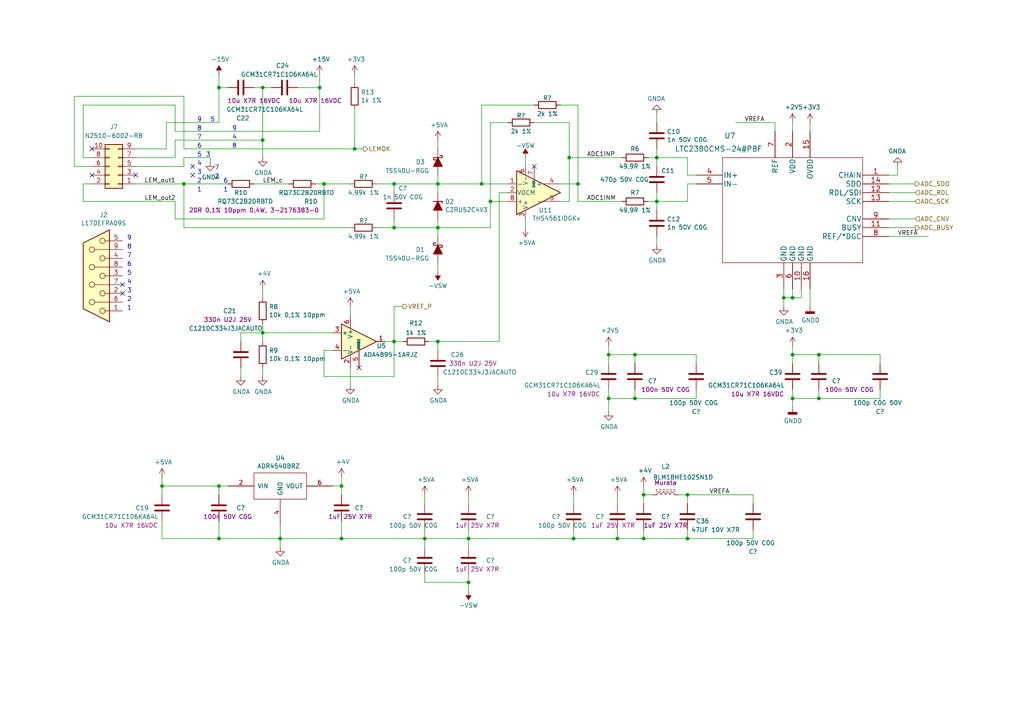
<source format=kicad_sch>
(kicad_sch (version 20230121) (generator eeschema)
  (paper "A4")
  (title_block (title "MOT coils current 100A controller ") (date "2023-11-27") (rev "2_Artiq") (company "Nicolaus Copernicus University in Toruń") (comment 1 "KL FAMO") (comment 2 "Kasli / Sinara compatible version") (comment 4 "designed by Adam Ledziński"))
  (junction (at 165.1 45.72))
  (junction (at 127 53.34))
  (junction (at 167.64 53.34))
  (junction (at 127 99.06))
  (junction (at 99.06 156.21))
  (junction (at 46.99 140.97))
  (junction (at 99.06 140.97))
  (junction (at 199.39 143.51))
  (junction (at 166.37 156.21))
  (junction (at 227.33 86.36))
  (junction (at 237.49 115.57))
  (junction (at 179.07 156.21))
  (junction (at 102.87 43.18))
  (junction (at 63.5 25.4))
  (junction (at 184.15 115.57))
  (junction (at 184.15 102.87))
  (junction (at 190.5 45.72))
  (junction (at 114.3 53.34))
  (junction (at 176.53 102.87))
  (junction (at 114.3 66.04))
  (junction (at 76.2 40.64))
  (junction (at 229.87 86.36))
  (junction (at 53.34 53.34))
  (junction (at 92.71 25.4))
  (junction (at 76.2 96.52))
  (junction (at 229.87 115.57))
  (junction (at 135.89 156.21))
  (junction (at 135.89 168.91))
  (junction (at 186.69 156.21))
  (junction (at 186.69 143.51))
  (junction (at 81.28 156.21))
  (junction (at 114.3 99.06))
  (junction (at 199.39 156.21))
  (junction (at 63.5 156.21))
  (junction (at 237.49 102.87))
  (junction (at 142.24 58.42))
  (junction (at 63.5 140.97))
  (junction (at 123.19 156.21))
  (junction (at 229.87 102.87))
  (junction (at 127 66.04))
  (junction (at 76.2 25.4))
  (junction (at 139.7 53.34))
  (junction (at 176.53 115.57))
  (junction (at 93.98 53.34))
  (junction (at 190.5 58.42))
  (no_connect (at 104.14 106.68))
  (no_connect (at 35.56 85.09))
  (no_connect (at 26.67 50.8))
  (no_connect (at 35.56 82.55))
  (no_connect (at 55.88 50.8))
  (no_connect (at 55.88 48.26))
  (no_connect (at 154.94 48.26))
  (no_connect (at 26.67 43.18))
  (no_connect (at 39.37 50.8))
  (wire (pts (xy 50.8 58.42) (xy 50.8 63.5)))
  (wire (pts (xy 144.78 99.06) (xy 127 99.06)))
  (wire (pts (xy 176.53 115.57) (xy 176.53 119.38)))
  (wire (pts (xy 166.37 146.05) (xy 166.37 143.51)))
  (wire (pts (xy 201.93 115.57) (xy 201.93 113.03)))
  (wire (pts (xy 60.96 45.72) (xy 60.96 46.99)))
  (wire (pts (xy 227.33 86.36) (xy 229.87 86.36)))
  (wire (pts (xy 255.27 105.41) (xy 255.27 102.87)))
  (wire (pts (xy 48.26 43.18) (xy 39.37 43.18)))
  (wire (pts (xy 180.34 58.42) (xy 167.64 58.42)))
  (wire (pts (xy 179.07 146.05) (xy 179.07 143.51)))
  (wire (pts (xy 142.24 35.56) (xy 142.24 58.42)))
  (wire (pts (xy 218.44 156.21) (xy 199.39 156.21)))
  (wire (pts (xy 237.49 115.57) (xy 255.27 115.57)))
  (wire (pts (xy 154.94 30.48) (xy 139.7 30.48)))
  (wire (pts (xy 165.1 45.72) (xy 165.1 58.42)))
  (wire (pts (xy 229.87 86.36) (xy 229.87 83.82)))
  (wire (pts (xy 63.5 140.97) (xy 66.04 140.97)))
  (wire (pts (xy 135.89 166.37) (xy 135.89 168.91)))
  (wire (pts (xy 187.96 45.72) (xy 190.5 45.72)))
  (wire (pts (xy 109.22 66.04) (xy 114.3 66.04)))
  (wire (pts (xy 99.06 156.21) (xy 123.19 156.21)))
  (wire (pts (xy 144.78 55.88) (xy 144.78 99.06)))
  (wire (pts (xy 127 40.64) (xy 127 43.18)))
  (wire (pts (xy 114.3 55.88) (xy 114.3 53.34)))
  (wire (pts (xy 201.93 53.34) (xy 199.39 53.34)))
  (wire (pts (xy 53.34 45.72) (xy 53.34 48.26)))
  (wire (pts (xy 99.06 140.97) (xy 96.52 140.97)))
  (wire (pts (xy 53.34 53.34) (xy 66.04 53.34)))
  (wire (pts (xy 127 101.6) (xy 127 99.06)))
  (wire (pts (xy 187.96 58.42) (xy 190.5 58.42)))
  (wire (pts (xy 139.7 30.48) (xy 139.7 53.34)))
  (wire (pts (xy 69.85 109.22) (xy 69.85 106.68)))
  (wire (pts (xy 196.85 143.51) (xy 199.39 143.51)))
  (wire (pts (xy 135.89 158.75) (xy 135.89 156.21)))
  (wire (pts (xy 229.87 102.87) (xy 229.87 100.33)))
  (wire (pts (xy 114.3 99.06) (xy 111.76 99.06)))
  (wire (pts (xy 50.8 38.1) (xy 50.8 30.48)))
  (wire (pts (xy 127 53.34) (xy 127 50.8)))
  (wire (pts (xy 184.15 115.57) (xy 201.93 115.57)))
  (wire (pts (xy 186.69 143.51) (xy 186.69 146.05)))
  (wire (pts (xy 199.39 58.42) (xy 190.5 58.42)))
  (wire (pts (xy 73.66 25.4) (xy 76.2 25.4)))
  (wire (pts (xy 147.32 53.34) (xy 139.7 53.34)))
  (wire (pts (xy 69.85 96.52) (xy 76.2 96.52)))
  (wire (pts (xy 127 78.74) (xy 127 76.2)))
  (wire (pts (xy 123.19 168.91) (xy 123.19 166.37)))
  (wire (pts (xy 63.5 25.4) (xy 63.5 35.56)))
  (wire (pts (xy 76.2 96.52) (xy 96.52 96.52)))
  (wire (pts (xy 229.87 115.57) (xy 229.87 113.03)))
  (wire (pts (xy 127 55.88) (xy 127 53.34)))
  (wire (pts (xy 123.19 156.21) (xy 123.19 153.67)))
  (wire (pts (xy 127 68.58) (xy 127 66.04)))
  (wire (pts (xy 227.33 86.36) (xy 227.33 88.9)))
  (wire (pts (xy 127 111.76) (xy 127 109.22)))
  (wire (pts (xy 39.37 53.34) (xy 53.34 53.34)))
  (wire (pts (xy 179.07 153.67) (xy 179.07 156.21)))
  (wire (pts (xy 114.3 88.9) (xy 116.84 88.9)))
  (wire (pts (xy 114.3 99.06) (xy 114.3 88.9)))
  (wire (pts (xy 152.4 66.04) (xy 152.4 63.5)))
  (wire (pts (xy 99.06 140.97) (xy 99.06 138.43)))
  (wire (pts (xy 190.5 45.72) (xy 190.5 48.26)))
  (wire (pts (xy 114.3 109.22) (xy 114.3 99.06)))
  (wire (pts (xy 50.8 40.64) (xy 76.2 40.64)))
  (wire (pts (xy 21.59 48.26) (xy 26.67 48.26)))
  (wire (pts (xy 53.34 27.94) (xy 21.59 27.94)))
  (wire (pts (xy 123.19 158.75) (xy 123.19 156.21)))
  (wire (pts (xy 21.59 27.94) (xy 21.59 48.26)))
  (wire (pts (xy 201.93 50.8) (xy 199.39 50.8)))
  (wire (pts (xy 127 66.04) (xy 127 63.5)))
  (wire (pts (xy 227.33 83.82) (xy 227.33 86.36)))
  (wire (pts (xy 46.99 140.97) (xy 63.5 140.97)))
  (wire (pts (xy 127 53.34) (xy 139.7 53.34)))
  (wire (pts (xy 53.34 43.18) (xy 102.87 43.18)))
  (wire (pts (xy 101.6 91.44) (xy 101.6 88.9)))
  (wire (pts (xy 199.39 156.21) (xy 186.69 156.21)))
  (wire (pts (xy 176.53 102.87) (xy 184.15 102.87)))
  (wire (pts (xy 123.19 146.05) (xy 123.19 143.51)))
  (wire (pts (xy 147.32 58.42) (xy 142.24 58.42)))
  (wire (pts (xy 199.39 50.8) (xy 199.39 45.72)))
  (wire (pts (xy 46.99 143.51) (xy 46.99 140.97)))
  (wire (pts (xy 63.5 143.51) (xy 63.5 140.97)))
  (wire (pts (xy 142.24 58.42) (xy 142.24 66.04)))
  (wire (pts (xy 24.13 30.48) (xy 24.13 45.72)))
  (wire (pts (xy 190.5 45.72) (xy 190.5 43.18)))
  (wire (pts (xy 53.34 43.18) (xy 53.34 27.94)))
  (wire (pts (xy 165.1 45.72) (xy 180.34 45.72)))
  (wire (pts (xy 81.28 158.75) (xy 81.28 156.21)))
  (wire (pts (xy 46.99 151.13) (xy 46.99 156.21)))
  (wire (pts (xy 114.3 53.34) (xy 127 53.34)))
  (wire (pts (xy 24.13 45.72) (xy 26.67 45.72)))
  (wire (pts (xy 218.44 143.51) (xy 218.44 146.05)))
  (wire (pts (xy 93.98 101.6) (xy 93.98 109.22)))
  (wire (pts (xy 135.89 156.21) (xy 166.37 156.21)))
  (wire (pts (xy 50.8 30.48) (xy 24.13 30.48)))
  (wire (pts (xy 234.95 88.9) (xy 234.95 83.82)))
  (wire (pts (xy 257.81 68.58) (xy 269.24 68.58)))
  (wire (pts (xy 93.98 109.22) (xy 114.3 109.22)))
  (wire (pts (xy 93.98 63.5) (xy 93.98 53.34)))
  (wire (pts (xy 50.8 63.5) (xy 93.98 63.5)))
  (wire (pts (xy 46.99 138.43) (xy 46.99 140.97)))
  (wire (pts (xy 229.87 118.11) (xy 229.87 115.57)))
  (wire (pts (xy 167.64 53.34) (xy 162.56 53.34)))
  (wire (pts (xy 190.5 33.02) (xy 190.5 35.56)))
  (wire (pts (xy 135.89 168.91) (xy 135.89 171.45)))
  (wire (pts (xy 265.43 63.5) (xy 257.81 63.5)))
  (wire (pts (xy 229.87 115.57) (xy 237.49 115.57)))
  (wire (pts (xy 123.19 168.91) (xy 135.89 168.91)))
  (wire (pts (xy 127 99.06) (xy 124.46 99.06)))
  (wire (pts (xy 76.2 96.52) (xy 76.2 99.06)))
  (wire (pts (xy 86.36 25.4) (xy 92.71 25.4)))
  (wire (pts (xy 152.4 45.72) (xy 152.4 48.26)))
  (wire (pts (xy 176.53 100.33) (xy 176.53 102.87)))
  (wire (pts (xy 48.26 35.56) (xy 48.26 43.18)))
  (wire (pts (xy 63.5 21.59) (xy 63.5 25.4)))
  (wire (pts (xy 232.41 83.82) (xy 232.41 86.36)))
  (wire (pts (xy 46.99 156.21) (xy 63.5 156.21)))
  (wire (pts (xy 109.22 53.34) (xy 114.3 53.34)))
  (wire (pts (xy 83.82 53.34) (xy 73.66 53.34)))
  (wire (pts (xy 162.56 30.48) (xy 167.64 30.48)))
  (wire (pts (xy 229.87 35.56) (xy 229.87 38.1)))
  (wire (pts (xy 176.53 102.87) (xy 176.53 105.41)))
  (wire (pts (xy 24.13 58.42) (xy 24.13 53.34)))
  (wire (pts (xy 135.89 146.05) (xy 135.89 143.51)))
  (wire (pts (xy 257.81 50.8) (xy 260.35 50.8)))
  (wire (pts (xy 76.2 86.36) (xy 76.2 83.82)))
  (wire (pts (xy 123.19 156.21) (xy 135.89 156.21)))
  (wire (pts (xy 24.13 58.42) (xy 50.8 58.42)))
  (wire (pts (xy 265.43 66.04) (xy 257.81 66.04)))
  (wire (pts (xy 92.71 38.1) (xy 92.71 25.4)))
  (wire (pts (xy 76.2 96.52) (xy 76.2 93.98)))
  (wire (pts (xy 255.27 115.57) (xy 255.27 113.03)))
  (wire (pts (xy 135.89 153.67) (xy 135.89 156.21)))
  (wire (pts (xy 166.37 156.21) (xy 179.07 156.21)))
  (wire (pts (xy 176.53 115.57) (xy 184.15 115.57)))
  (wire (pts (xy 176.53 113.03) (xy 176.53 115.57)))
  (wire (pts (xy 265.43 55.88) (xy 257.81 55.88)))
  (wire (pts (xy 81.28 156.21) (xy 99.06 156.21)))
  (wire (pts (xy 50.8 45.72) (xy 39.37 45.72)))
  (wire (pts (xy 96.52 101.6) (xy 93.98 101.6)))
  (wire (pts (xy 186.69 156.21) (xy 186.69 153.67)))
  (wire (pts (xy 184.15 115.57) (xy 184.15 113.03)))
  (wire (pts (xy 265.43 53.34) (xy 257.81 53.34)))
  (wire (pts (xy 201.93 102.87) (xy 184.15 102.87)))
  (wire (pts (xy 167.64 58.42) (xy 167.64 53.34)))
  (wire (pts (xy 237.49 105.41) (xy 237.49 102.87)))
  (wire (pts (xy 24.13 53.34) (xy 26.67 53.34)))
  (wire (pts (xy 186.69 143.51) (xy 189.23 143.51)))
  (wire (pts (xy 114.3 66.04) (xy 127 66.04)))
  (wire (pts (xy 229.87 86.36) (xy 232.41 86.36)))
  (wire (pts (xy 190.5 55.88) (xy 190.5 58.42)))
  (wire (pts (xy 144.78 55.88) (xy 147.32 55.88)))
  (wire (pts (xy 229.87 102.87) (xy 229.87 105.41)))
  (wire (pts (xy 237.49 102.87) (xy 229.87 102.87)))
  (wire (pts (xy 154.94 35.56) (xy 165.1 35.56)))
  (wire (pts (xy 76.2 45.72) (xy 76.2 40.64)))
  (wire (pts (xy 127 66.04) (xy 142.24 66.04)))
  (wire (pts (xy 260.35 50.8) (xy 260.35 48.26)))
  (wire (pts (xy 165.1 35.56) (xy 165.1 45.72)))
  (wire (pts (xy 50.8 38.1) (xy 92.71 38.1)))
  (wire (pts (xy 105.41 43.18) (xy 102.87 43.18)))
  (wire (pts (xy 255.27 102.87) (xy 237.49 102.87)))
  (wire (pts (xy 234.95 38.1) (xy 234.95 35.56)))
  (wire (pts (xy 50.8 40.64) (xy 50.8 45.72)))
  (wire (pts (xy 166.37 156.21) (xy 166.37 153.67)))
  (wire (pts (xy 76.2 25.4) (xy 76.2 40.64)))
  (wire (pts (xy 213.36 35.56) (xy 224.79 35.56)))
  (wire (pts (xy 102.87 31.75) (xy 102.87 43.18)))
  (wire (pts (xy 101.6 66.04) (xy 53.34 66.04)))
  (wire (pts (xy 199.39 45.72) (xy 190.5 45.72)))
  (wire (pts (xy 63.5 156.21) (xy 81.28 156.21)))
  (wire (pts (xy 76.2 25.4) (xy 78.74 25.4)))
  (wire (pts (xy 147.32 35.56) (xy 142.24 35.56)))
  (wire (pts (xy 199.39 53.34) (xy 199.39 58.42)))
  (wire (pts (xy 184.15 102.87) (xy 184.15 105.41)))
  (wire (pts (xy 199.39 143.51) (xy 218.44 143.51)))
  (wire (pts (xy 101.6 111.76) (xy 101.6 106.68)))
  (wire (pts (xy 69.85 99.06) (xy 69.85 96.52)))
  (wire (pts (xy 199.39 143.51) (xy 199.39 146.05)))
  (wire (pts (xy 76.2 109.22) (xy 76.2 106.68)))
  (wire (pts (xy 186.69 140.97) (xy 186.69 143.51)))
  (wire (pts (xy 102.87 21.59) (xy 102.87 24.13)))
  (wire (pts (xy 93.98 53.34) (xy 91.44 53.34)))
  (wire (pts (xy 265.43 58.42) (xy 257.81 58.42)))
  (wire (pts (xy 199.39 156.21) (xy 199.39 153.67)))
  (wire (pts (xy 218.44 153.67) (xy 218.44 156.21)))
  (wire (pts (xy 92.71 25.4) (xy 92.71 21.59)))
  (wire (pts (xy 93.98 53.34) (xy 101.6 53.34)))
  (wire (pts (xy 190.5 68.58) (xy 190.5 71.12)))
  (wire (pts (xy 53.34 66.04) (xy 53.34 53.34)))
  (wire (pts (xy 63.5 151.13) (xy 63.5 156.21)))
  (wire (pts (xy 53.34 45.72) (xy 60.96 45.72)))
  (wire (pts (xy 224.79 35.56) (xy 224.79 38.1)))
  (wire (pts (xy 237.49 115.57) (xy 237.49 113.03)))
  (wire (pts (xy 179.07 156.21) (xy 186.69 156.21)))
  (wire (pts (xy 66.04 25.4) (xy 63.5 25.4)))
  (wire (pts (xy 165.1 58.42) (xy 162.56 58.42)))
  (wire (pts (xy 167.64 30.48) (xy 167.64 53.34)))
  (wire (pts (xy 114.3 63.5) (xy 114.3 66.04)))
  (wire (pts (xy 201.93 105.41) (xy 201.93 102.87)))
  (wire (pts (xy 190.5 58.42) (xy 190.5 60.96)))
  (wire (pts (xy 116.84 99.06) (xy 114.3 99.06)))
  (wire (pts (xy 81.28 156.21) (xy 81.28 152.4)))
  (wire (pts (xy 48.26 35.56) (xy 63.5 35.56)))
  (wire (pts (xy 99.06 143.51) (xy 99.06 140.97)))
  (wire (pts (xy 53.34 48.26) (xy 39.37 48.26)))
  (wire (pts (xy 99.06 151.13) (xy 99.06 156.21)))
  (text "7" (at 36.83 74.93 0) (effects (font (size 1.27 1.27)) (justify left bottom)))
  (text "9" (at 36.83 69.85 0) (effects (font (size 1.27 1.27)) (justify left bottom)))
  (text "7" (at 62.23 49.53 0) (effects (font (size 1.27 1.27)) (justify left bottom)))
  (text "2" (at 57.15 53.34 0) (effects (font (size 1.27 1.27)) (justify left bottom)))
  (text "9" (at 67.31 38.1 0) (effects (font (size 1.27 1.27)) (justify left bottom)))
  (text "6" (at 64.77 53.34 0) (effects (font (size 1.27 1.27)) (justify left bottom)))
  (text "3" (at 57.15 50.8 0) (effects (font (size 1.27 1.27)) (justify left bottom)))
  (text "4" (at 57.15 48.26 0) (effects (font (size 1.27 1.27)) (justify left bottom)))
  (text "2" (at 62.23 52.07 0) (effects (font (size 1.27 1.27)) (justify left bottom)))
  (text "6" (at 36.83 77.47 0) (effects (font (size 1.27 1.27)) (justify left bottom)))
  (text "5" (at 60.96 35.56 0) (effects (font (size 1.27 1.27)) (justify left bottom)))
  (text "4" (at 67.31 40.64 0) (effects (font (size 1.27 1.27)) (justify left bottom)))
  (text "8" (at 67.31 43.18 0) (effects (font (size 1.27 1.27)) (justify left bottom)))
  (text "3" (at 36.83 85.09 0) (effects (font (size 1.27 1.27)) (justify left bottom)))
  (text "4" (at 36.83 82.55 0) (effects (font (size 1.27 1.27)) (justify left bottom)))
  (text "9" (at 57.15 35.56 0) (effects (font (size 1.27 1.27)) (justify left bottom)))
  (text "5" (at 57.15 45.72 0) (effects (font (size 1.27 1.27)) (justify left bottom)))
  (text "1" (at 64.77 55.88 0) (effects (font (size 1.27 1.27)) (justify left bottom)))
  (text "3" (at 59.69 45.72 0) (effects (font (size 1.27 1.27)) (justify left bottom)))
  (text "2" (at 36.83 87.63 0) (effects (font (size 1.27 1.27)) (justify left bottom)))
  (text "1" (at 36.83 90.17 0) (effects (font (size 1.27 1.27)) (justify left bottom)))
  (text "6" (at 57.15 43.18 0) (effects (font (size 1.27 1.27)) (justify left bottom)))
  (text "7" (at 57.15 40.64 0) (effects (font (size 1.27 1.27)) (justify left bottom)))
  (text "1" (at 57.15 55.88 0) (effects (font (size 1.27 1.27)) (justify left bottom)))
  (text "8" (at 57.15 38.1 0) (effects (font (size 1.27 1.27)) (justify left bottom)))
  (text "8" (at 36.83 72.39 0) (effects (font (size 1.27 1.27)) (justify left bottom)))
  (text "5" (at 36.83 80.01 0) (effects (font (size 1.27 1.27)) (justify left bottom)))
  (label "VREFA" (at 215.9 35.56 0))
  (label "LEM_out2" (at 41.91 58.42 0))
  (label "VREFA" (at 205.74 143.51 0))
  (label "LEM_c" (at 76.2 53.34 0))
  (label "LEM_out1" (at 41.91 53.34 0))
  (label "ADC1INP" (at 170.18 45.72 0))
  (label "ADC1INM" (at 170.18 58.42 0))
  (label "VREFA" (at 260.35 68.58 0))
  (hierarchical_label "ADC_BUSY" (shape output) (at 265.43 66.04 0))
  (hierarchical_label "ADC_SDO" (shape output) (at 265.43 53.34 0))
  (hierarchical_label "VREF_P" (shape output) (at 116.84 88.9 0))
  (hierarchical_label "ADC_CNV" (shape input) (at 265.43 63.5 0))
  (hierarchical_label "LEMOK" (shape output) (at 105.41 43.18 0))
  (hierarchical_label "ADC_SCK" (shape input) (at 265.43 58.42 0))
  (hierarchical_label "ADC_RDL" (shape input) (at 265.43 55.88 0))
  (symbol (lib_id "power:+15V") (at 92.71 21.59 0) (unit 1)
    (property "Reference" "#PWR038" (effects hide))
    (property "Value" "+15V" (at 93.091 17.1958 0))
    (instances (project "c100AvA" (path "" (reference "#PWR038") (unit 1))) (project "current100A_Artiq" (path "" (reference "#PWR0117") (unit 1))))
  )
  (symbol (lib_id "power:-15V") (at 63.5 21.59 0) (unit 1)
    (property "Reference" "#PWR033" (effects hide))
    (property "Value" "-15V" (at 63.881 17.1958 0))
    (instances (project "c100AvA" (path "" (reference "#PWR033") (unit 1))) (project "current100A_Artiq" (path "" (reference "#PWR0111") (unit 1))))
  )
  (symbol (lib_id "Device:R") (at 69.85 53.34 90) (unit 1)
    (property "Reference" "R10" (at 69.85 55.88 90))
    (property "Value" "RQ73C2B20RBTD" (at 71.12 58.42 90))
    (property "Footprint" "Resistor_SMD:R_1206_3216Metric" (effects hide))
    (property "Comm" "20R 0,1% 10ppm 0,4W, 3-2176383-0" (at 73.66 60.96 90))
    (instances (project "c100AvA" (path "" (reference "R10") (unit 1))) (project "current100A_Artiq" (path "" (reference "R28") (unit 1))))
  )
  (symbol (lib_id "power:GNDA") (at 76.2 45.72 0) (unit 1)
    (property "Reference" "#PWR034" (effects hide))
    (property "Value" "GNDA" (at 76.327 50.1142 0))
    (instances (project "c100AvA" (path "" (reference "#PWR034") (unit 1))) (project "current100A_Artiq" (path "" (reference "#PWR0113") (unit 1))))
  )
  (symbol (lib_id "Device:R") (at 102.87 27.94 0) (unit 1)
    (property "Reference" "R13" (at 104.648 26.7716 0) (effects (justify left)))
    (property "Value" "1k 1%" (at 104.648 29.083 0) (effects (justify left)))
    (property "Footprint" "Resistor_SMD:R_0603_1608Metric" (effects hide))
    (instances (project "c100AvA" (path "" (reference "R13") (unit 1))) (project "current100A_Artiq" (path "" (reference "R32") (unit 1))))
  )
  (symbol (lib_id "power:+3V3") (at 102.87 21.59 0) (unit 1)
    (property "Reference" "#PWR040" (effects hide))
    (property "Value" "+3V3" (at 103.251 17.1958 0))
    (instances (project "c100AvA" (path "" (reference "#PWR040") (unit 1))) (project "current100A_Artiq" (path "" (reference "#PWR0121") (unit 1))))
  )
  (symbol (lib_id "c100AvA-rescue:L_Core_Ferrite-Device") (at 193.04 143.51 90) (unit 1)
    (property "Reference" "L2" (at 193.04 135.3058 90))
    (property "Value" "BLM18HE102SN1D" (at 198.12 138.43 90))
    (property "Footprint" "Inductor_SMD:L_0603_1608Metric" (effects hide))
    (property "Comm" "Murata" (at 193.04 140.0302 90))
    (instances (project "c100AvA" (path "" (reference "L2") (unit 1))) (project "current100A_Artiq" (path "" (reference "L11") (unit 1))))
  )
  (symbol (lib_id "power:+5VA") (at 46.99 138.43 0) (unit 1)
    (property "Reference" "#PWR027" (effects hide))
    (property "Value" "+5VA" (at 47.371 134.0358 0))
    (instances (project "c100AvA" (path "" (reference "#PWR027") (unit 1))) (project "current100A_Artiq" (path "" (reference "#PWR0109") (unit 1))))
  )
  (symbol (lib_id "power:GNDA") (at 81.28 158.75 0) (unit 1)
    (property "Reference" "#PWR031" (effects hide))
    (property "Value" "GNDA" (at 81.407 163.1442 0))
    (instances (project "c100AvA" (path "" (reference "#PWR031") (unit 1))) (project "current100A_Artiq" (path "" (reference "#PWR0116") (unit 1))))
  )
  (symbol (lib_id "Device:C") (at 46.99 147.32 0) (mirror y) (unit 1)
    (property "Reference" "C19" (at 43.18 147.32 0) (effects (justify left)))
    (property "Value" "GCM31CR71C106KA64L " (at 46.99 149.86 0) (effects (justify left)))
    (property "Footprint" "Capacitor_SMD:C_1206_3216Metric" (effects hide))
    (property "Comm" "10u X7R 16VDC" (at 38.1 152.4 0))
    (instances (project "c100AvA" (path "" (reference "C19") (unit 1)) (path "" (reference "C?") (unit 1))) (project "current100A_Artiq" (path "" (reference "C90") (unit 1))))
  )
  (symbol (lib_id "ff:ADR45xx") (at 81.28 140.97 0) (unit 1)
    (property "Reference" "U4" (at 81.28 132.8166 0))
    (property "Value" "ADR4540BRZ " (at 81.28 135.1788 0))
    (property "Footprint" "Package_SO:SOIC-8_3.9x4.9mm_P1.27mm" (effects hide))
    (property "Datasheet" "https://www.analog.com/media/en/technical-documentation/data-sheets/ADR4520_4525_4530_4533_4540_4550.pdf" (effects hide))
    (instances (project "c100AvA" (path "" (reference "U4") (unit 1))) (project "current100A_Artiq" (path "" (reference "U15") (unit 1))))
  )
  (symbol (lib_id "Device:C") (at 135.89 149.86 0) (mirror y) (unit 1)
    (property "Reference" "C?" (at 143.51 149.86 0) (effects (justify left)))
    (property "Value" "GCM188R71E105KA64J" (effects hide))
    (property "Footprint" "Capacitor_SMD:C_0603_1608Metric" (effects hide))
    (property "Comm" "1uF 25V X7R" (at 138.43 152.4 0))
    (instances (project "c100AvA" (path "" (reference "C?") (unit 1)) (path "" (reference "C27") (unit 1)) (path "" (reference "C?") (unit 1))) (project "current100A_Artiq" (path "" (reference "C100") (unit 1))))
  )
  (symbol (lib_id "Device:C") (at 123.19 149.86 0) (mirror y) (unit 1)
    (property "Reference" "C?" (at 119.38 149.86 0) (effects (justify left)))
    (property "Value" "100p 50V C0G" (at 127 152.4 0) (effects (justify left)))
    (property "Footprint" "Capacitor_SMD:C_0603_1608Metric" (effects hide))
    (instances (project "c100AvA" (path "" (reference "C?") (unit 1)) (path "" (reference "C25") (unit 1)) (path "" (reference "C?") (unit 1))) (project "current100A_Artiq" (path "" (reference "C97") (unit 1))))
  )
  (symbol (lib_id "Device:C") (at 199.39 149.86 0) (mirror y) (unit 1)
    (property "Reference" "C36" (at 205.74 151.13 0) (effects (justify left)))
    (property "Value" "47UF 10V X7R" (at 214.63 153.67 0) (effects (justify left)))
    (property "Footprint" "Capacitor_SMD:C_1210_3225Metric" (effects hide))
    (property "Comm" "47UF 10V X7R" (effects hide))
    (instances (project "c100AvA" (path "" (reference "C36") (unit 1)) (path "" (reference "C?") (unit 1))) (project "current100A_Artiq" (path "" (reference "C110") (unit 1))))
  )
  (symbol (lib_id "Device:C") (at 99.06 147.32 0) (mirror y) (unit 1)
    (property "Reference" "C?" (at 105.41 147.32 0) (effects (justify left)))
    (property "Value" "GCM188R71E105KA64J" (effects hide))
    (property "Footprint" "Capacitor_SMD:C_0603_1608Metric" (effects hide))
    (property "Comm" "1uF 25V X7R" (at 101.6 149.86 0))
    (instances (project "c100AvA" (path "" (reference "C?") (unit 1)) (path "" (reference "C23") (unit 1)) (path "" (reference "C?") (unit 1))) (project "current100A_Artiq" (path "" (reference "C95") (unit 1))))
  )
  (symbol (lib_id "Device:C") (at 186.69 149.86 0) (mirror y) (unit 1)
    (property "Reference" "C?" (at 194.31 149.86 0) (effects (justify left)))
    (property "Value" "GCM188R71E105KA64J" (effects hide))
    (property "Footprint" "Capacitor_SMD:C_0603_1608Metric" (effects hide))
    (property "Comm" "1uF 25V X7R" (at 193.04 152.4 0))
    (instances (project "c100AvA" (path "" (reference "C?") (unit 1)) (path "" (reference "C35") (unit 1)) (path "" (reference "C?") (unit 1))) (project "current100A_Artiq" (path "" (reference "C106") (unit 1))))
  )
  (symbol (lib_id "Device:C") (at 218.44 149.86 0) (mirror y) (unit 1)
    (property "Reference" "C?" (at 219.71 160.02 0) (effects (justify left)))
    (property "Value" "100p 50V C0G" (at 224.79 157.48 0) (effects (justify left)))
    (property "Footprint" "Capacitor_SMD:C_0603_1608Metric" (effects hide))
    (instances (project "c100AvA" (path "" (reference "C?") (unit 1)) (path "" (reference "C38") (unit 1)) (path "" (reference "C?") (unit 1))) (project "current100A_Artiq" (path "" (reference "C112") (unit 1))))
  )
  (symbol (lib_id "power:+5VA") (at 123.19 143.51 0) (unit 1)
    (property "Reference" "#PWR039" (effects hide))
    (property "Value" "+5VA" (at 123.571 139.1158 0))
    (instances (project "c100AvA" (path "" (reference "#PWR039") (unit 1))) (project "current100A_Artiq" (path "" (reference "#PWR0122") (unit 1))))
  )
  (symbol (lib_id "power:+5VA") (at 135.89 143.51 0) (unit 1)
    (property "Reference" "#PWR042" (effects hide))
    (property "Value" "+5VA" (at 136.271 139.1158 0))
    (instances (project "c100AvA" (path "" (reference "#PWR042") (unit 1))) (project "current100A_Artiq" (path "" (reference "#PWR0126") (unit 1))))
  )
  (symbol (lib_id "Device:C") (at 63.5 147.32 180) (unit 1)
    (property "Reference" "C?" (at 71.12 147.32 0) (effects (justify left)))
    (property "Value" "GRM31C5C1H104JA01L" (effects hide))
    (property "Footprint" "Capacitor_SMD:C_1206_3216Metric" (effects hide))
    (property "Comm" "100n 50V C0G" (at 66.04 149.86 0))
    (instances (project "c100AvA" (path "" (reference "C?") (unit 1)) (path "" (reference "C20") (unit 1)) (path "" (reference "C?") (unit 1))) (project "current100A_Artiq" (path "" (reference "C91") (unit 1))))
  )
  (symbol (lib_id "power:+4V") (at 99.06 138.43 0) (unit 1)
    (property "Reference" "#PWR035" (effects hide))
    (property "Value" "+4V" (at 99.441 133.9342 0))
    (instances (project "c100AvA" (path "" (reference "#PWR035") (unit 1))) (project "current100A_Artiq" (path "" (reference "#PWR0118") (unit 1))))
  )
  (symbol (lib_id "power:+4V") (at 186.69 140.97 0) (unit 1)
    (property "Reference" "#PWR051" (effects hide))
    (property "Value" "+4V" (at 187.071 136.4742 0))
    (instances (project "c100AvA" (path "" (reference "#PWR051") (unit 1))) (project "current100A_Artiq" (path "" (reference "#PWR0134") (unit 1))))
  )
  (symbol (lib_id "ff:LTC2380CMS-24") (at 229.87 60.96 0) (unit 1)
    (property "Reference" "U7" (at 213.36 39.37 0) (effects (font (size 1.524 1.524)) (justify right)))
    (property "Value" "LTC2380CMS-24#PBF " (at 222.25 43.18 0) (effects (font (size 1.524 1.524)) (justify right)))
    (property "Footprint" "Package_SO:MSOP-16_3x4mm_P0.5mm" (effects hide))
    (property "Datasheet" "https://www.analog.com/media/en/technical-documentation/data-sheets/238024fa.pdf" (effects hide))
    (instances (project "c100AvA" (path "" (reference "U7") (unit 1))) (project "current100A_Artiq" (path "" (reference "U18") (unit 1))))
  )
  (symbol (lib_id "Device:R") (at 76.2 90.17 0) (unit 1)
    (property "Reference" "R8" (at 77.978 88.9762 0) (effects (justify left)))
    (property "Value" "10k 0,1% 10ppm" (at 77.978 91.3384 0) (effects (justify left)))
    (property "Footprint" "Resistor_SMD:R_0603_1608Metric" (effects hide))
    (property "Comm" "ERA-3ARB103V, RN73H1JTTD1002B10, RQ73C1J10KBTDF" (effects hide))
    (instances (project "c100AvA" (path "" (reference "R8") (unit 1))) (project "current100A_Artiq" (path "" (reference "R29") (unit 1))))
  )
  (symbol (lib_id "Device:R") (at 76.2 102.87 0) (unit 1)
    (property "Reference" "R9" (at 77.978 101.6762 0) (effects (justify left)))
    (property "Value" "10k 0,1% 10ppm" (at 77.978 104.0384 0) (effects (justify left)))
    (property "Footprint" "Resistor_SMD:R_0603_1608Metric" (effects hide))
    (property "Comm" "ERA-3ARB103V, RN73H1JTTD1002B10, RQ73C1J10KBTDF" (effects hide))
    (instances (project "c100AvA" (path "" (reference "R9") (unit 1))) (project "current100A_Artiq" (path "" (reference "R30") (unit 1))))
  )
  (symbol (lib_id "Device:C") (at 179.07 149.86 0) (mirror y) (unit 1)
    (property "Reference" "C?" (at 175.26 149.86 0) (effects (justify left)))
    (property "Value" "GCM188R71E105KA64J" (effects hide))
    (property "Footprint" "Capacitor_SMD:C_0603_1608Metric" (effects hide))
    (property "Comm" "1uF 25V X7R" (at 177.8 152.4 0))
    (instances (project "c100AvA" (path "" (reference "C?") (unit 1)) (path "" (reference "C30") (unit 1)) (path "" (reference "C?") (unit 1))) (project "current100A_Artiq" (path "" (reference "C104") (unit 1))))
  )
  (symbol (lib_id "Device:C") (at 166.37 149.86 0) (mirror y) (unit 1)
    (property "Reference" "C?" (at 162.56 149.86 0) (effects (justify left)))
    (property "Value" "100p 50V C0G" (at 170.18 152.4 0) (effects (justify left)))
    (property "Footprint" "Capacitor_SMD:C_0603_1608Metric" (effects hide))
    (instances (project "c100AvA" (path "" (reference "C?") (unit 1)) (path "" (reference "C28") (unit 1)) (path "" (reference "C?") (unit 1))) (project "current100A_Artiq" (path "" (reference "C102") (unit 1))))
  )
  (symbol (lib_id "power:+5VA") (at 166.37 143.51 0) (unit 1)
    (property "Reference" "#PWR045" (effects hide))
    (property "Value" "+5VA" (at 166.751 139.1158 0))
    (instances (project "c100AvA" (path "" (reference "#PWR045") (unit 1))) (project "current100A_Artiq" (path "" (reference "#PWR0130") (unit 1))))
  )
  (symbol (lib_id "power:+5VA") (at 179.07 143.51 0) (unit 1)
    (property "Reference" "#PWR048" (effects hide))
    (property "Value" "+5VA" (at 179.451 139.1158 0))
    (instances (project "c100AvA" (path "" (reference "#PWR048") (unit 1))) (project "current100A_Artiq" (path "" (reference "#PWR0133") (unit 1))))
  )
  (symbol (lib_id "power:GNDA") (at 76.2 109.22 0) (unit 1)
    (property "Reference" "#PWR030" (effects hide))
    (property "Value" "GNDA" (at 76.327 113.6142 0))
    (instances (project "c100AvA" (path "" (reference "#PWR030") (unit 1))) (project "current100A_Artiq" (path "" (reference "#PWR0115") (unit 1))))
  )
  (symbol (lib_id "power:+4V") (at 76.2 83.82 0) (unit 1)
    (property "Reference" "#PWR029" (effects hide))
    (property "Value" "+4V" (at 76.581 79.3242 0))
    (instances (project "c100AvA" (path "" (reference "#PWR029") (unit 1))) (project "current100A_Artiq" (path "" (reference "#PWR0114") (unit 1))))
  )
  (symbol (lib_id "Device:C") (at 69.85 102.87 0) (mirror y) (unit 1)
    (property "Reference" "C21" (at 68.58 90.17 0) (effects (justify left)))
    (property "Value" "C1210C334J3JACAUTO" (at 76.2 95.25 0) (effects (justify left)))
    (property "Footprint" "Capacitor_SMD:C_1210_3225Metric" (effects hide))
    (property "Comm" "330n U2J 25V" (at 66.04 92.71 0))
    (instances (project "c100AvA" (path "" (reference "C21") (unit 1)) (path "" (reference "C?") (unit 1))) (project "current100A_Artiq" (path "" (reference "C93") (unit 1))))
  )
  (symbol (lib_id "power:GNDA") (at 69.85 109.22 0) (unit 1)
    (property "Reference" "#PWR028" (effects hide))
    (property "Value" "GNDA" (at 69.977 113.6142 0))
    (instances (project "c100AvA" (path "" (reference "#PWR028") (unit 1))) (project "current100A_Artiq" (path "" (reference "#PWR0112") (unit 1))))
  )
  (symbol (lib_id "Device:R") (at 120.65 99.06 270) (unit 1)
    (property "Reference" "R12" (at 120.65 93.726 90))
    (property "Value" "1k 1%" (at 120.65 96.52 90))
    (property "Footprint" "Resistor_SMD:R_0603_1608Metric" (effects hide))
    (instances (project "c100AvA" (path "" (reference "R12") (unit 1))) (project "current100A_Artiq" (path "" (reference "R35") (unit 1))))
  )
  (symbol (lib_id "power:GNDA") (at 127 111.76 0) (unit 1)
    (property "Reference" "#PWR041" (effects hide))
    (property "Value" "GNDA" (at 127.127 116.1542 0))
    (instances (project "c100AvA" (path "" (reference "#PWR041") (unit 1))) (project "current100A_Artiq" (path "" (reference "#PWR0125") (unit 1))))
  )
  (symbol (lib_id "power:+5VA") (at 101.6 88.9 0) (unit 1)
    (property "Reference" "#PWR036" (effects hide))
    (property "Value" "+5VA" (at 101.981 84.5058 0))
    (instances (project "c100AvA" (path "" (reference "#PWR036") (unit 1))) (project "current100A_Artiq" (path "" (reference "#PWR0119") (unit 1))))
  )
  (symbol (lib_id "power:GNDA") (at 101.6 111.76 0) (unit 1)
    (property "Reference" "#PWR037" (effects hide))
    (property "Value" "GNDA" (at 101.727 116.1542 0))
    (instances (project "c100AvA" (path "" (reference "#PWR037") (unit 1))) (project "current100A_Artiq" (path "" (reference "#PWR0120") (unit 1))))
  )
  (symbol (lib_id "Amplifier_Operational:ADA4807-1") (at 104.14 99.06 0) (unit 1)
    (property "Reference" "U5" (at 109.22 100.33 0) (effects (justify left)))
    (property "Value" "ADA4895-1ARJZ" (at 105.41 102.87 0) (effects (justify left)))
    (property "Footprint" "Package_TO_SOT_SMD:SOT-23-6" (effects hide))
    (property "Datasheet" "https://www.analog.com/media/en/technical-documentation/data-sheets/ADA4807-1_4807-2_4807-4.pdf" (effects hide))
    (instances (project "c100AvA" (path "" (reference "U5") (unit 1)) (path "" (reference "U?") (unit 1))) (project "current100A_Artiq" (path "" (reference "U16") (unit 1))))
  )
  (symbol (lib_id "power:GNDA") (at 60.96 46.99 0) (unit 1)
    (property "Reference" "#PWR032" (effects hide))
    (property "Value" "GNDA" (at 61.087 51.3842 0))
    (instances (project "c100AvA" (path "" (reference "#PWR032") (unit 1))) (project "current100A_Artiq" (path "" (reference "#PWR0110") (unit 1))))
  )
  (symbol (lib_id "Device:C") (at 82.55 25.4 270) (mirror x) (unit 1)
    (property "Reference" "C24" (at 80.01 19.05 90) (effects (justify left)))
    (property "Value" "GCM31CR71C106KA64L " (at 69.85 21.59 90) (effects (justify left)))
    (property "Footprint" "Capacitor_SMD:C_1206_3216Metric" (effects hide))
    (property "Comm" "10u X7R 16VDC" (at 91.44 29.21 90))
    (instances (project "c100AvA" (path "" (reference "C24") (unit 1)) (path "" (reference "C?") (unit 1))) (project "current100A_Artiq" (path "" (reference "C94") (unit 1))))
  )
  (symbol (lib_id "Device:C") (at 69.85 25.4 90) (mirror x) (unit 1)
    (property "Reference" "C22" (at 72.39 34.29 90) (effects (justify left)))
    (property "Value" "GCM31CR71C106KA64L " (at 88.9 31.75 90) (effects (justify left)))
    (property "Footprint" "Capacitor_SMD:C_1206_3216Metric" (effects hide))
    (property "Comm" "10u X7R 16VDC" (at 73.66 29.21 90))
    (instances (project "c100AvA" (path "" (reference "C22") (unit 1)) (path "" (reference "C?") (unit 1))) (project "current100A_Artiq" (path "" (reference "C92") (unit 1))))
  )
  (symbol (lib_id "Device:C") (at 176.53 109.22 0) (mirror y) (unit 1)
    (property "Reference" "C29" (at 173.609 108.0262 0) (effects (justify left)))
    (property "Value" "GCM31CR71C106KA64L " (at 175.26 111.76 0) (effects (justify left)))
    (property "Footprint" "Capacitor_SMD:C_1206_3216Metric" (effects hide))
    (property "Comm" "10u X7R 16VDC" (at 166.37 114.3 0))
    (instances (project "c100AvA" (path "" (reference "C29") (unit 1)) (path "" (reference "C?") (unit 1))) (project "current100A_Artiq" (path "" (reference "C103") (unit 1))))
  )
  (symbol (lib_id "Device:C") (at 184.15 109.22 180) (unit 1)
    (property "Reference" "C?" (at 190.5 110.49 0) (effects (justify left)))
    (property "Value" "GRM31C5C1H104JA01L" (effects hide))
    (property "Footprint" "Capacitor_SMD:C_1206_3216Metric" (effects hide))
    (property "Comm" "100n 50V C0G" (at 193.04 113.03 0))
    (instances (project "c100AvA" (path "" (reference "C?") (unit 1)) (path "" (reference "C34") (unit 1)) (path "" (reference "C?") (unit 1))) (project "current100A_Artiq" (path "" (reference "C105") (unit 1))))
  )
  (symbol (lib_id "power:GNDA") (at 176.53 119.38 0) (unit 1)
    (property "Reference" "#PWR047" (effects hide))
    (property "Value" "GNDA" (at 176.657 123.7742 0))
    (instances (project "c100AvA" (path "" (reference "#PWR047") (unit 1))) (project "current100A_Artiq" (path "" (reference "#PWR0132") (unit 1))))
  )
  (symbol (lib_id "power:+2V5") (at 176.53 100.33 0) (unit 1)
    (property "Reference" "#PWR046" (effects hide))
    (property "Value" "+2V5" (at 176.911 95.8342 0))
    (instances (project "c100AvA" (path "" (reference "#PWR046") (unit 1))) (project "current100A_Artiq" (path "" (reference "#PWR0131") (unit 1))))
  )
  (symbol (lib_id "Device:C") (at 229.87 109.22 0) (mirror y) (unit 1)
    (property "Reference" "C39" (at 226.949 108.0262 0) (effects (justify left)))
    (property "Value" "GCM31CR71C106KA64L " (at 228.6 111.76 0) (effects (justify left)))
    (property "Footprint" "Capacitor_SMD:C_1206_3216Metric" (effects hide))
    (property "Comm" "10u X7R 16VDC" (at 219.71 114.3 0))
    (instances (project "c100AvA" (path "" (reference "C39") (unit 1)) (path "" (reference "C?") (unit 1))) (project "current100A_Artiq" (path "" (reference "C113") (unit 1))))
  )
  (symbol (lib_id "Device:C") (at 237.49 109.22 180) (unit 1)
    (property "Reference" "C?" (at 243.84 110.49 0) (effects (justify left)))
    (property "Value" "GRM31C5C1H104JA01L" (effects hide))
    (property "Footprint" "Capacitor_SMD:C_1206_3216Metric" (effects hide))
    (property "Comm" "100n 50V C0G" (at 246.38 113.03 0))
    (instances (project "c100AvA" (path "" (reference "C?") (unit 1)) (path "" (reference "C40") (unit 1)) (path "" (reference "C?") (unit 1))) (project "current100A_Artiq" (path "" (reference "C114") (unit 1))))
  )
  (symbol (lib_id "power:+3V3") (at 229.87 100.33 0) (unit 1)
    (property "Reference" "#PWR054" (effects hide))
    (property "Value" "+3V3" (at 230.251 95.8342 0))
    (instances (project "c100AvA" (path "" (reference "#PWR054") (unit 1))) (project "current100A_Artiq" (path "" (reference "#PWR0139") (unit 1))))
  )
  (symbol (lib_id "power:GNDD") (at 229.87 118.11 0) (unit 1)
    (property "Reference" "#PWR055" (effects hide))
    (property "Value" "GNDD" (at 229.997 122.0724 0))
    (instances (project "c100AvA" (path "" (reference "#PWR055") (unit 1))) (project "current100A_Artiq" (path "" (reference "#PWR0140") (unit 1))))
  )
  (symbol (lib_id "Device:C") (at 201.93 109.22 0) (mirror y) (unit 1)
    (property "Reference" "C?" (at 203.2 119.38 0) (effects (justify left)))
    (property "Value" "100p 50V C0G" (at 208.28 116.84 0) (effects (justify left)))
    (property "Footprint" "Capacitor_SMD:C_0603_1608Metric" (effects hide))
    (instances (project "c100AvA" (path "" (reference "C?") (unit 1)) (path "" (reference "C37") (unit 1)) (path "" (reference "C?") (unit 1))) (project "current100A_Artiq" (path "" (reference "C111") (unit 1))))
  )
  (symbol (lib_id "power:GNDD") (at 234.95 88.9 0) (unit 1)
    (property "Reference" "#PWR057" (effects hide))
    (property "Value" "GNDD" (at 235.077 92.8624 0))
    (instances (project "c100AvA" (path "" (reference "#PWR057") (unit 1))) (project "current100A_Artiq" (path "" (reference "#PWR0142") (unit 1))))
  )
  (symbol (lib_id "Device:C") (at 255.27 109.22 0) (mirror y) (unit 1)
    (property "Reference" "C?" (at 256.54 119.38 0) (effects (justify left)))
    (property "Value" "100p C0G 50V" (at 261.62 116.84 0) (effects (justify left)))
    (property "Footprint" "Capacitor_SMD:C_0603_1608Metric" (effects hide))
    (instances (project "c100AvA" (path "" (reference "C?") (unit 1)) (path "" (reference "C41") (unit 1)) (path "" (reference "C?") (unit 1))) (project "current100A_Artiq" (path "" (reference "C115") (unit 1))))
  )
  (symbol (lib_id "power:+2V5") (at 229.87 35.56 0) (unit 1)
    (property "Reference" "#PWR053" (effects hide))
    (property "Value" "+2V5" (at 230.251 31.0642 0))
    (instances (project "c100AvA" (path "" (reference "#PWR053") (unit 1))) (project "current100A_Artiq" (path "" (reference "#PWR0138") (unit 1))))
  )
  (symbol (lib_id "power:GNDA") (at 227.33 88.9 0) (unit 1)
    (property "Reference" "#PWR052" (effects hide))
    (property "Value" "GNDA" (at 227.457 93.2942 0))
    (instances (project "c100AvA" (path "" (reference "#PWR052") (unit 1))) (project "current100A_Artiq" (path "" (reference "#PWR0137") (unit 1))))
  )
  (symbol (lib_id "power:+3V3") (at 234.95 35.56 0) (unit 1)
    (property "Reference" "#PWR056" (effects hide))
    (property "Value" "+3V3" (at 235.331 31.0642 0))
    (instances (project "c100AvA" (path "" (reference "#PWR056") (unit 1))) (project "current100A_Artiq" (path "" (reference "#PWR0141") (unit 1))))
  )
  (symbol (lib_id "power:GNDA") (at 260.35 48.26 180) (unit 1)
    (property "Reference" "#PWR058" (effects hide))
    (property "Value" "GNDA" (at 260.223 43.8658 0))
    (instances (project "c100AvA" (path "" (reference "#PWR058") (unit 1))) (project "current100A_Artiq" (path "" (reference "#PWR0143") (unit 1))))
  )
  (symbol (lib_id "Device:C") (at 127 105.41 0) (mirror y) (unit 1)
    (property "Reference" "C26" (at 134.62 102.87 0) (effects (justify left)))
    (property "Value" "C1210C334J3JACAUTO" (at 149.86 107.95 0) (effects (justify left)))
    (property "Footprint" "Capacitor_SMD:C_1210_3225Metric" (effects hide))
    (property "Comm" "330n U2J 25V" (at 137.16 105.41 0))
    (instances (project "c100AvA" (path "" (reference "C26") (unit 1)) (path "" (reference "C?") (unit 1))) (project "current100A_Artiq" (path "" (reference "C99") (unit 1))))
  )
  (symbol (lib_id "Device:C") (at 123.19 162.56 0) (mirror y) (unit 1)
    (property "Reference" "C?" (at 119.38 162.56 0) (effects (justify left)))
    (property "Value" "100p 50V C0G" (at 127 165.1 0) (effects (justify left)))
    (property "Footprint" "Capacitor_SMD:C_0603_1608Metric" (effects hide))
    (instances (project "c100AvA" (path "" (reference "C?") (unit 1)) (path "" (reference "C25") (unit 1)) (path "" (reference "C?") (unit 1))) (project "current100A_Artiq" (path "" (reference "C98") (unit 1))))
  )
  (symbol (lib_id "power:-VSW") (at 127 78.74 180) (unit 1)
    (property "Reference" "#PWR055" (effects hide))
    (property "Value" "-VSW" (at 127 82.8755 0))
    (instances (project "current100A_Artiq" (path "" (reference "#PWR055") (unit 1)) (path "" (reference "#PWR0124") (unit 1))))
  )
  (symbol (lib_id "Device:R") (at 87.63 53.34 90) (mirror x) (unit 1)
    (property "Reference" "R10" (at 90.17 58.42 90))
    (property "Value" "RQ73C2B20RBTD" (at 88.9 55.88 90))
    (property "Footprint" "Resistor_SMD:R_1206_3216Metric" (effects hide))
    (property "Comm" "20R 0,1% 10ppm 0,4W, 3-2176383-0" (effects hide))
    (instances (project "c100AvA" (path "" (reference "R10") (unit 1))) (project "current100A_Artiq" (path "" (reference "R31") (unit 1))))
  )
  (symbol (lib_id "power:GNDA") (at 190.5 33.02 180) (unit 1)
    (property "Reference" "#PWR016" (effects hide))
    (property "Value" "GNDA" (at 190.373 28.6258 0))
    (instances (project "c100AvA" (path "" (reference "#PWR016") (unit 1)) (path "" (reference "#PWR?") (unit 1))) (project "current100A_Artiq" (path "" (reference "#PWR053") (unit 1)) (path "" (reference "#PWR0135") (unit 1))))
  )
  (symbol (lib_id "c100AvA-rescue:DB9_Female-Connector") (at 27.94 80.01 180) (unit 1) (on_board no)
    (property "Reference" "J2" (at 30.0482 62.357 0))
    (property "Value" "L17DEFRA09S" (at 30.0482 64.7192 0))
    (property "Footprint" "Connectors_DSub:DSUB-9_Female_EdgeMount_Pitch2.77mm" (effects hide))
    (property "Datasheet" " ~" (effects hide))
    (property "Sim.Enable" "0" (effects hide))
    (instances (project "c100AvA" (path "" (reference "J2") (unit 1))) (project "current100A_Artiq" (path "" (reference "J6") (unit 1))))
  )
  (symbol (lib_id "Device:C") (at 190.5 64.77 0) (unit 1)
    (property "Reference" "C12" (at 193.421 63.5762 0) (effects (justify left)))
    (property "Value" "1n 50V C0G" (at 193.421 65.9384 0) (effects (justify left)))
    (property "Footprint" "Capacitor_SMD:C_0603_1608Metric" (effects hide))
    (instances (project "c100AvA" (path "" (reference "C12") (unit 1)) (path "" (reference "C?") (unit 1))) (project "current100A_Artiq" (path "" (reference "C54") (unit 1)) (path "" (reference "C109") (unit 1))))
  )
  (symbol (lib_id "c100AvA-rescue:D_Schottky_ALT-Device") (at 127 46.99 270) (unit 1)
    (property "Reference" "D3" (at 121.92 46.99 90))
    (property "Value" "TSS40U-RGG" (at 118.11 49.53 90))
    (property "Footprint" "Diode_SMD:D_0603_1608Metric" (effects hide))
    (property "Comm" "CD0603-B0340R" (effects hide))
    (instances (project "c100AvA" (path "" (reference "D3") (unit 1))) (project "current100A_Artiq" (path "" (reference "D7") (unit 1)) (path "" (reference "D6") (unit 1))))
  )
  (symbol (lib_id "c100AvA-rescue:D_Zener_ALT-Device") (at 127 59.69 270) (unit 1)
    (property "Reference" "D2" (at 129.032 58.4962 90) (effects (justify left)))
    (property "Value" "CZRU52C4V3" (at 129.032 60.8584 90) (effects (justify left)))
    (property "Footprint" "Diode_SMD:D_0603_1608Metric" (effects hide))
    (instances (project "c100AvA" (path "" (reference "D2") (unit 1))) (project "current100A_Artiq" (path "" (reference "D2") (unit 1)) (path "" (reference "D7") (unit 1))))
  )
  (symbol (lib_id "power:+5VA") (at 152.4 66.04 0) (mirror x) (unit 1)
    (property "Reference" "#PWR09" (effects hide))
    (property "Value" "+5VA" (at 152.781 70.4342 0))
    (instances (project "c100AvA" (path "" (reference "#PWR09") (unit 1)) (path "" (reference "#PWR?") (unit 1))) (project "current100A_Artiq" (path "" (reference "#PWR053") (unit 1)) (path "" (reference "#PWR0129") (unit 1))))
  )
  (symbol (lib_id "Device:R") (at 158.75 30.48 90) (unit 1)
    (property "Reference" "R?" (at 158.75 28.448 90))
    (property "Value" "2k 1%" (at 158.75 33.02 90))
    (property "Footprint" "Resistor_SMD:R_0603_1608Metric" (effects hide))
    (instances (project "c100AvA" (path "" (reference "R?") (unit 1)) (path "" (reference "R3") (unit 1))) (project "current100A_Artiq" (path "" (reference "R10") (unit 1)) (path "" (reference "R37") (unit 1))))
  )
  (symbol (lib_id "power:-VSW") (at 135.89 171.45 180) (unit 1)
    (property "Reference" "#PWR055" (effects hide))
    (property "Value" "-VSW" (at 135.89 175.5855 0))
    (instances (project "current100A_Artiq" (path "" (reference "#PWR055") (unit 1)) (path "" (reference "#PWR0127") (unit 1))))
  )
  (symbol (lib_id "Device:C") (at 190.5 39.37 0) (unit 1)
    (property "Reference" "C10" (at 193.421 38.1762 0) (effects (justify left)))
    (property "Value" "1n 50V C0G" (at 193.421 40.5384 0) (effects (justify left)))
    (property "Footprint" "Capacitor_SMD:C_0603_1608Metric" (effects hide))
    (instances (project "c100AvA" (path "" (reference "C10") (unit 1)) (path "" (reference "C?") (unit 1))) (project "current100A_Artiq" (path "" (reference "C52") (unit 1)) (path "" (reference "C107") (unit 1))))
  )
  (symbol (lib_id "c100AvA-rescue:D_Schottky_ALT-Device") (at 127 72.39 90) (mirror x) (unit 1)
    (property "Reference" "D1" (at 121.92 72.39 90))
    (property "Value" "TSS40U-RGG" (at 118.11 74.93 90))
    (property "Footprint" "Diode_SMD:D_0603_1608Metric" (effects hide))
    (property "Comm" "CD0603-B0340R" (effects hide))
    (instances (project "c100AvA" (path "" (reference "D1") (unit 1))) (project "current100A_Artiq" (path "" (reference "D1") (unit 1)) (path "" (reference "D8") (unit 1))))
  )
  (symbol (lib_id "power:-VSW") (at 152.4 45.72 0) (unit 1)
    (property "Reference" "#PWR052" (effects hide))
    (property "Value" "-VSW" (at 152.4 42.2181 0))
    (instances (project "current100A_Artiq" (path "" (reference "#PWR052") (unit 1)) (path "" (reference "#PWR0128") (unit 1))))
  )
  (symbol (lib_id "Device:R") (at 105.41 66.04 90) (unit 1)
    (property "Reference" "R?" (at 105.41 64.008 90))
    (property "Value" "4,99k 1%" (at 105.41 68.58 90))
    (property "Footprint" "Resistor_SMD:R_0603_1608Metric" (effects hide))
    (instances (project "c100AvA" (path "" (reference "R?") (unit 1)) (path "" (reference "R2") (unit 1))) (project "current100A_Artiq" (path "" (reference "R9") (unit 1)) (path "" (reference "R34") (unit 1))))
  )
  (symbol (lib_id "Device:C") (at 135.89 162.56 0) (mirror y) (unit 1)
    (property "Reference" "C?" (at 143.51 162.56 0) (effects (justify left)))
    (property "Value" "GCM188R71E105KA64J" (effects hide))
    (property "Footprint" "Capacitor_SMD:C_0603_1608Metric" (effects hide))
    (property "Comm" "1uF 25V X7R" (at 138.43 165.1 0))
    (instances (project "c100AvA" (path "" (reference "C?") (unit 1)) (path "" (reference "C27") (unit 1)) (path "" (reference "C?") (unit 1))) (project "current100A_Artiq" (path "" (reference "C101") (unit 1))))
  )
  (symbol (lib_id "Device:C") (at 190.5 52.07 0) (unit 1)
    (property "Reference" "C11" (at 191.77 49.53 0) (effects (justify left)))
    (property "Value" "470p 50V C0G" (at 173.99 52.07 0) (effects (justify left)))
    (property "Footprint" "Capacitor_SMD:C_0603_1608Metric_Pad1.08x0.95mm_HandSolder" (effects hide))
    (instances (project "c100AvA" (path "" (reference "C11") (unit 1)) (path "" (reference "C?") (unit 1))) (project "current100A_Artiq" (path "" (reference "C53") (unit 1)) (path "" (reference "C108") (unit 1))))
  )
  (symbol (lib_id "Device:R") (at 184.15 58.42 270) (unit 1)
    (property "Reference" "R7" (at 184.15 55.88 90))
    (property "Value" "49,9R 1%" (at 184.15 60.96 90))
    (property "Footprint" "Resistor_SMD:R_0603_1608Metric" (effects hide))
    (instances (project "c100AvA" (path "" (reference "R7") (unit 1)) (path "" (reference "R?") (unit 1))) (project "current100A_Artiq" (path "" (reference "R14") (unit 1)) (path "" (reference "R39") (unit 1))))
  )
  (symbol (lib_id "Amplifier_Operational:LTC6362xMS8") (at 154.94 55.88 0) (mirror x) (unit 1)
    (property "Reference" "U11" (at 156.21 60.96 0) (effects (justify left)))
    (property "Value" "THS4561IDGKx" (at 154.3559 63.3189 0) (effects (justify left)))
    (property "Footprint" "Package_SO:MSOP-8_3x3mm_P0.65mm" (effects hide))
    (property "Datasheet" "https://www.analog.com/media/en/technical-documentation/data-sheets/6362fa.pdf" (effects hide))
    (property "Comm" "LTC1992xMS8#TRPBF, LTC6363xMS8#TRPBF" (effects hide))
    (instances (project "current100A_Artiq" (path "" (reference "U11") (unit 1)) (path "" (reference "U17") (unit 1))))
  )
  (symbol (lib_id "Device:R") (at 151.13 35.56 90) (unit 1)
    (property "Reference" "R?" (at 151.13 33.528 90))
    (property "Value" "2k 1%" (at 151.13 38.1 90))
    (property "Footprint" "Resistor_SMD:R_0603_1608Metric" (effects hide))
    (instances (project "c100AvA" (path "" (reference "R?") (unit 1)) (path "" (reference "R3") (unit 1))) (project "current100A_Artiq" (path "" (reference "R24") (unit 1)) (path "" (reference "R36") (unit 1))))
  )
  (symbol (lib_id "Device:R") (at 105.41 53.34 90) (unit 1)
    (property "Reference" "R?" (at 105.41 51.308 90))
    (property "Value" "4,99k 1%" (at 105.41 55.88 90))
    (property "Footprint" "Resistor_SMD:R_0603_1608Metric" (effects hide))
    (instances (project "c100AvA" (path "" (reference "R?") (unit 1)) (path "" (reference "R2") (unit 1))) (project "current100A_Artiq" (path "" (reference "R23") (unit 1)) (path "" (reference "R33") (unit 1))))
  )
  (symbol (lib_id "power:GNDA") (at 190.5 71.12 0) (unit 1)
    (property "Reference" "#PWR017" (effects hide))
    (property "Value" "GNDA" (at 190.627 75.5142 0))
    (instances (project "c100AvA" (path "" (reference "#PWR017") (unit 1)) (path "" (reference "#PWR?") (unit 1))) (project "current100A_Artiq" (path "" (reference "#PWR054") (unit 1)) (path "" (reference "#PWR0136") (unit 1))))
  )
  (symbol (lib_id "Connector_Generic:Conn_02x05_Odd_Even") (at 34.29 48.26 180) (unit 1)
    (property "Reference" "J7" (at 33.02 36.83 0))
    (property "Value" "N2510-6002-RB" (at 33.02 39.37 0))
    (property "Footprint" "Connector_IDC:IDC-Header_2x05_P2.54mm_Vertical" (effects hide))
  )
  (symbol (lib_id "power:+5VA") (at 127 40.64 0) (unit 1)
    (property "Reference" "#PWR09" (effects hide))
    (property "Value" "+5VA" (at 127.381 36.2458 0))
    (instances (project "c100AvA" (path "" (reference "#PWR09") (unit 1)) (path "" (reference "#PWR?") (unit 1))) (project "current100A_Artiq" (path "" (reference "#PWR054") (unit 1)) (path "" (reference "#PWR0123") (unit 1))))
  )
  (symbol (lib_id "Device:R") (at 184.15 45.72 270) (unit 1)
    (property "Reference" "R6" (at 184.15 43.18 90))
    (property "Value" "49,9R 1%" (at 184.15 48.26 90))
    (property "Footprint" "Resistor_SMD:R_0603_1608Metric" (effects hide))
    (instances (project "c100AvA" (path "" (reference "R6") (unit 1)) (path "" (reference "R?") (unit 1))) (project "current100A_Artiq" (path "" (reference "R13") (unit 1)) (path "" (reference "R38") (unit 1))))
  )
  (symbol (lib_id "Device:C") (at 114.3 59.69 180) (unit 1)
    (property "Reference" "C?" (at 116.84 54.61 0))
    (property "Value" "1n 50V C0G" (at 116.84 57.15 0))
    (property "Footprint" "Capacitor_SMD:C_0603_1608Metric" (effects hide))
    (instances (project "c100AvA" (path "" (reference "C?") (unit 1)) (path "" (reference "C4") (unit 1))) (project "current100A_Artiq" (path "" (reference "C38") (unit 1)) (path "" (reference "C96") (unit 1))))
  )
)
</source>
